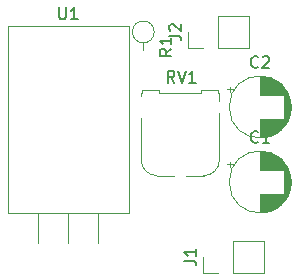
<source format=gbr>
G04 #@! TF.GenerationSoftware,KiCad,Pcbnew,(5.1.5)-3*
G04 #@! TF.CreationDate,2020-04-12T20:05:31+01:00*
G04 #@! TF.ProjectId,LM317 regulator breakout board,4c4d3331-3720-4726-9567-756c61746f72,rev?*
G04 #@! TF.SameCoordinates,Original*
G04 #@! TF.FileFunction,Legend,Top*
G04 #@! TF.FilePolarity,Positive*
%FSLAX46Y46*%
G04 Gerber Fmt 4.6, Leading zero omitted, Abs format (unit mm)*
G04 Created by KiCad (PCBNEW (5.1.5)-3) date 2020-04-12 20:05:31*
%MOMM*%
%LPD*%
G04 APERTURE LIST*
%ADD10C,0.120000*%
%ADD11C,0.150000*%
G04 APERTURE END LIST*
D10*
X158115000Y-111245000D02*
X158115000Y-113785000D01*
X155575000Y-111245000D02*
X155575000Y-113785000D01*
X153035000Y-111245000D02*
X153035000Y-113785000D01*
X160695000Y-95355000D02*
X160695000Y-111245000D01*
X150455000Y-95355000D02*
X150455000Y-111245000D01*
X150455000Y-95355000D02*
X160695000Y-95355000D01*
X150455000Y-111245000D02*
X160695000Y-111245000D01*
X161850000Y-100825000D02*
X163270000Y-100825000D01*
X163270000Y-101025000D02*
X166850000Y-101025000D01*
X166850000Y-101025000D02*
X166850000Y-100825000D01*
X166850000Y-100825000D02*
X168270000Y-100825000D01*
X168270000Y-100825000D02*
X168270000Y-101025000D01*
X164550000Y-108045000D02*
X163060000Y-108045000D01*
X161750000Y-106735000D02*
X161750000Y-103195000D01*
X168370000Y-102755000D02*
X168370000Y-106735000D01*
X167060000Y-108045000D02*
X165570000Y-108045000D01*
X163060000Y-108045000D02*
G75*
G02X161750000Y-106735000I0J1310000D01*
G01*
X168370000Y-106735000D02*
G75*
G02X167060000Y-108045000I-1310000J0D01*
G01*
X163270000Y-101025000D02*
X163270000Y-100825000D01*
X161850000Y-100825000D02*
X161850000Y-101025000D01*
X161850000Y-101025000D02*
X161750000Y-101025000D01*
X161750000Y-101025000D02*
X161750000Y-101275000D01*
X168270000Y-101025000D02*
X168370000Y-101025000D01*
X168370000Y-101025000D02*
X168370000Y-101715000D01*
X161925000Y-96805000D02*
X161925000Y-97425000D01*
X162845000Y-95885000D02*
G75*
G03X162845000Y-95885000I-920000J0D01*
G01*
X165675000Y-97215000D02*
X165675000Y-95885000D01*
X167005000Y-97215000D02*
X165675000Y-97215000D01*
X168275000Y-97215000D02*
X168275000Y-94555000D01*
X168275000Y-94555000D02*
X170875000Y-94555000D01*
X168275000Y-97215000D02*
X170875000Y-97215000D01*
X170875000Y-97215000D02*
X170875000Y-94555000D01*
X166945000Y-116265000D02*
X166945000Y-114935000D01*
X168275000Y-116265000D02*
X166945000Y-116265000D01*
X169545000Y-116265000D02*
X169545000Y-113605000D01*
X169545000Y-113605000D02*
X172145000Y-113605000D01*
X169545000Y-116265000D02*
X172145000Y-116265000D01*
X172145000Y-116265000D02*
X172145000Y-113605000D01*
X169260225Y-100510000D02*
X169260225Y-101010000D01*
X169010225Y-100760000D02*
X169510225Y-100760000D01*
X174416000Y-101951000D02*
X174416000Y-102519000D01*
X174376000Y-101717000D02*
X174376000Y-102753000D01*
X174336000Y-101558000D02*
X174336000Y-102912000D01*
X174296000Y-101430000D02*
X174296000Y-103040000D01*
X174256000Y-101320000D02*
X174256000Y-103150000D01*
X174216000Y-101224000D02*
X174216000Y-103246000D01*
X174176000Y-101137000D02*
X174176000Y-103333000D01*
X174136000Y-101057000D02*
X174136000Y-103413000D01*
X174096000Y-100984000D02*
X174096000Y-103486000D01*
X174056000Y-100916000D02*
X174056000Y-103554000D01*
X174016000Y-100852000D02*
X174016000Y-103618000D01*
X173976000Y-100792000D02*
X173976000Y-103678000D01*
X173936000Y-100735000D02*
X173936000Y-103735000D01*
X173896000Y-100681000D02*
X173896000Y-103789000D01*
X173856000Y-100630000D02*
X173856000Y-103840000D01*
X173816000Y-103275000D02*
X173816000Y-103888000D01*
X173816000Y-100582000D02*
X173816000Y-101195000D01*
X173776000Y-103275000D02*
X173776000Y-103934000D01*
X173776000Y-100536000D02*
X173776000Y-101195000D01*
X173736000Y-103275000D02*
X173736000Y-103978000D01*
X173736000Y-100492000D02*
X173736000Y-101195000D01*
X173696000Y-103275000D02*
X173696000Y-104020000D01*
X173696000Y-100450000D02*
X173696000Y-101195000D01*
X173656000Y-103275000D02*
X173656000Y-104061000D01*
X173656000Y-100409000D02*
X173656000Y-101195000D01*
X173616000Y-103275000D02*
X173616000Y-104099000D01*
X173616000Y-100371000D02*
X173616000Y-101195000D01*
X173576000Y-103275000D02*
X173576000Y-104136000D01*
X173576000Y-100334000D02*
X173576000Y-101195000D01*
X173536000Y-103275000D02*
X173536000Y-104172000D01*
X173536000Y-100298000D02*
X173536000Y-101195000D01*
X173496000Y-103275000D02*
X173496000Y-104206000D01*
X173496000Y-100264000D02*
X173496000Y-101195000D01*
X173456000Y-103275000D02*
X173456000Y-104239000D01*
X173456000Y-100231000D02*
X173456000Y-101195000D01*
X173416000Y-103275000D02*
X173416000Y-104270000D01*
X173416000Y-100200000D02*
X173416000Y-101195000D01*
X173376000Y-103275000D02*
X173376000Y-104300000D01*
X173376000Y-100170000D02*
X173376000Y-101195000D01*
X173336000Y-103275000D02*
X173336000Y-104330000D01*
X173336000Y-100140000D02*
X173336000Y-101195000D01*
X173296000Y-103275000D02*
X173296000Y-104357000D01*
X173296000Y-100113000D02*
X173296000Y-101195000D01*
X173256000Y-103275000D02*
X173256000Y-104384000D01*
X173256000Y-100086000D02*
X173256000Y-101195000D01*
X173216000Y-103275000D02*
X173216000Y-104410000D01*
X173216000Y-100060000D02*
X173216000Y-101195000D01*
X173176000Y-103275000D02*
X173176000Y-104435000D01*
X173176000Y-100035000D02*
X173176000Y-101195000D01*
X173136000Y-103275000D02*
X173136000Y-104459000D01*
X173136000Y-100011000D02*
X173136000Y-101195000D01*
X173096000Y-103275000D02*
X173096000Y-104482000D01*
X173096000Y-99988000D02*
X173096000Y-101195000D01*
X173056000Y-103275000D02*
X173056000Y-104503000D01*
X173056000Y-99967000D02*
X173056000Y-101195000D01*
X173016000Y-103275000D02*
X173016000Y-104525000D01*
X173016000Y-99945000D02*
X173016000Y-101195000D01*
X172976000Y-103275000D02*
X172976000Y-104545000D01*
X172976000Y-99925000D02*
X172976000Y-101195000D01*
X172936000Y-103275000D02*
X172936000Y-104564000D01*
X172936000Y-99906000D02*
X172936000Y-101195000D01*
X172896000Y-103275000D02*
X172896000Y-104583000D01*
X172896000Y-99887000D02*
X172896000Y-101195000D01*
X172856000Y-103275000D02*
X172856000Y-104600000D01*
X172856000Y-99870000D02*
X172856000Y-101195000D01*
X172816000Y-103275000D02*
X172816000Y-104617000D01*
X172816000Y-99853000D02*
X172816000Y-101195000D01*
X172776000Y-103275000D02*
X172776000Y-104633000D01*
X172776000Y-99837000D02*
X172776000Y-101195000D01*
X172736000Y-103275000D02*
X172736000Y-104649000D01*
X172736000Y-99821000D02*
X172736000Y-101195000D01*
X172696000Y-103275000D02*
X172696000Y-104663000D01*
X172696000Y-99807000D02*
X172696000Y-101195000D01*
X172656000Y-103275000D02*
X172656000Y-104677000D01*
X172656000Y-99793000D02*
X172656000Y-101195000D01*
X172616000Y-103275000D02*
X172616000Y-104690000D01*
X172616000Y-99780000D02*
X172616000Y-101195000D01*
X172576000Y-103275000D02*
X172576000Y-104703000D01*
X172576000Y-99767000D02*
X172576000Y-101195000D01*
X172536000Y-103275000D02*
X172536000Y-104715000D01*
X172536000Y-99755000D02*
X172536000Y-101195000D01*
X172495000Y-103275000D02*
X172495000Y-104726000D01*
X172495000Y-99744000D02*
X172495000Y-101195000D01*
X172455000Y-103275000D02*
X172455000Y-104736000D01*
X172455000Y-99734000D02*
X172455000Y-101195000D01*
X172415000Y-103275000D02*
X172415000Y-104746000D01*
X172415000Y-99724000D02*
X172415000Y-101195000D01*
X172375000Y-103275000D02*
X172375000Y-104755000D01*
X172375000Y-99715000D02*
X172375000Y-101195000D01*
X172335000Y-103275000D02*
X172335000Y-104763000D01*
X172335000Y-99707000D02*
X172335000Y-101195000D01*
X172295000Y-103275000D02*
X172295000Y-104771000D01*
X172295000Y-99699000D02*
X172295000Y-101195000D01*
X172255000Y-103275000D02*
X172255000Y-104778000D01*
X172255000Y-99692000D02*
X172255000Y-101195000D01*
X172215000Y-103275000D02*
X172215000Y-104785000D01*
X172215000Y-99685000D02*
X172215000Y-101195000D01*
X172175000Y-103275000D02*
X172175000Y-104791000D01*
X172175000Y-99679000D02*
X172175000Y-101195000D01*
X172135000Y-103275000D02*
X172135000Y-104796000D01*
X172135000Y-99674000D02*
X172135000Y-101195000D01*
X172095000Y-103275000D02*
X172095000Y-104800000D01*
X172095000Y-99670000D02*
X172095000Y-101195000D01*
X172055000Y-103275000D02*
X172055000Y-104804000D01*
X172055000Y-99666000D02*
X172055000Y-101195000D01*
X172015000Y-103275000D02*
X172015000Y-104808000D01*
X172015000Y-99662000D02*
X172015000Y-101195000D01*
X171975000Y-103275000D02*
X171975000Y-104811000D01*
X171975000Y-99659000D02*
X171975000Y-101195000D01*
X171935000Y-103275000D02*
X171935000Y-104813000D01*
X171935000Y-99657000D02*
X171935000Y-101195000D01*
X171895000Y-103275000D02*
X171895000Y-104814000D01*
X171895000Y-99656000D02*
X171895000Y-101195000D01*
X171855000Y-99655000D02*
X171855000Y-101195000D01*
X171855000Y-103275000D02*
X171855000Y-104815000D01*
X171815000Y-99655000D02*
X171815000Y-101195000D01*
X171815000Y-103275000D02*
X171815000Y-104815000D01*
X174435000Y-102235000D02*
G75*
G03X174435000Y-102235000I-2620000J0D01*
G01*
X169260225Y-106860000D02*
X169260225Y-107360000D01*
X169010225Y-107110000D02*
X169510225Y-107110000D01*
X174416000Y-108301000D02*
X174416000Y-108869000D01*
X174376000Y-108067000D02*
X174376000Y-109103000D01*
X174336000Y-107908000D02*
X174336000Y-109262000D01*
X174296000Y-107780000D02*
X174296000Y-109390000D01*
X174256000Y-107670000D02*
X174256000Y-109500000D01*
X174216000Y-107574000D02*
X174216000Y-109596000D01*
X174176000Y-107487000D02*
X174176000Y-109683000D01*
X174136000Y-107407000D02*
X174136000Y-109763000D01*
X174096000Y-107334000D02*
X174096000Y-109836000D01*
X174056000Y-107266000D02*
X174056000Y-109904000D01*
X174016000Y-107202000D02*
X174016000Y-109968000D01*
X173976000Y-107142000D02*
X173976000Y-110028000D01*
X173936000Y-107085000D02*
X173936000Y-110085000D01*
X173896000Y-107031000D02*
X173896000Y-110139000D01*
X173856000Y-106980000D02*
X173856000Y-110190000D01*
X173816000Y-109625000D02*
X173816000Y-110238000D01*
X173816000Y-106932000D02*
X173816000Y-107545000D01*
X173776000Y-109625000D02*
X173776000Y-110284000D01*
X173776000Y-106886000D02*
X173776000Y-107545000D01*
X173736000Y-109625000D02*
X173736000Y-110328000D01*
X173736000Y-106842000D02*
X173736000Y-107545000D01*
X173696000Y-109625000D02*
X173696000Y-110370000D01*
X173696000Y-106800000D02*
X173696000Y-107545000D01*
X173656000Y-109625000D02*
X173656000Y-110411000D01*
X173656000Y-106759000D02*
X173656000Y-107545000D01*
X173616000Y-109625000D02*
X173616000Y-110449000D01*
X173616000Y-106721000D02*
X173616000Y-107545000D01*
X173576000Y-109625000D02*
X173576000Y-110486000D01*
X173576000Y-106684000D02*
X173576000Y-107545000D01*
X173536000Y-109625000D02*
X173536000Y-110522000D01*
X173536000Y-106648000D02*
X173536000Y-107545000D01*
X173496000Y-109625000D02*
X173496000Y-110556000D01*
X173496000Y-106614000D02*
X173496000Y-107545000D01*
X173456000Y-109625000D02*
X173456000Y-110589000D01*
X173456000Y-106581000D02*
X173456000Y-107545000D01*
X173416000Y-109625000D02*
X173416000Y-110620000D01*
X173416000Y-106550000D02*
X173416000Y-107545000D01*
X173376000Y-109625000D02*
X173376000Y-110650000D01*
X173376000Y-106520000D02*
X173376000Y-107545000D01*
X173336000Y-109625000D02*
X173336000Y-110680000D01*
X173336000Y-106490000D02*
X173336000Y-107545000D01*
X173296000Y-109625000D02*
X173296000Y-110707000D01*
X173296000Y-106463000D02*
X173296000Y-107545000D01*
X173256000Y-109625000D02*
X173256000Y-110734000D01*
X173256000Y-106436000D02*
X173256000Y-107545000D01*
X173216000Y-109625000D02*
X173216000Y-110760000D01*
X173216000Y-106410000D02*
X173216000Y-107545000D01*
X173176000Y-109625000D02*
X173176000Y-110785000D01*
X173176000Y-106385000D02*
X173176000Y-107545000D01*
X173136000Y-109625000D02*
X173136000Y-110809000D01*
X173136000Y-106361000D02*
X173136000Y-107545000D01*
X173096000Y-109625000D02*
X173096000Y-110832000D01*
X173096000Y-106338000D02*
X173096000Y-107545000D01*
X173056000Y-109625000D02*
X173056000Y-110853000D01*
X173056000Y-106317000D02*
X173056000Y-107545000D01*
X173016000Y-109625000D02*
X173016000Y-110875000D01*
X173016000Y-106295000D02*
X173016000Y-107545000D01*
X172976000Y-109625000D02*
X172976000Y-110895000D01*
X172976000Y-106275000D02*
X172976000Y-107545000D01*
X172936000Y-109625000D02*
X172936000Y-110914000D01*
X172936000Y-106256000D02*
X172936000Y-107545000D01*
X172896000Y-109625000D02*
X172896000Y-110933000D01*
X172896000Y-106237000D02*
X172896000Y-107545000D01*
X172856000Y-109625000D02*
X172856000Y-110950000D01*
X172856000Y-106220000D02*
X172856000Y-107545000D01*
X172816000Y-109625000D02*
X172816000Y-110967000D01*
X172816000Y-106203000D02*
X172816000Y-107545000D01*
X172776000Y-109625000D02*
X172776000Y-110983000D01*
X172776000Y-106187000D02*
X172776000Y-107545000D01*
X172736000Y-109625000D02*
X172736000Y-110999000D01*
X172736000Y-106171000D02*
X172736000Y-107545000D01*
X172696000Y-109625000D02*
X172696000Y-111013000D01*
X172696000Y-106157000D02*
X172696000Y-107545000D01*
X172656000Y-109625000D02*
X172656000Y-111027000D01*
X172656000Y-106143000D02*
X172656000Y-107545000D01*
X172616000Y-109625000D02*
X172616000Y-111040000D01*
X172616000Y-106130000D02*
X172616000Y-107545000D01*
X172576000Y-109625000D02*
X172576000Y-111053000D01*
X172576000Y-106117000D02*
X172576000Y-107545000D01*
X172536000Y-109625000D02*
X172536000Y-111065000D01*
X172536000Y-106105000D02*
X172536000Y-107545000D01*
X172495000Y-109625000D02*
X172495000Y-111076000D01*
X172495000Y-106094000D02*
X172495000Y-107545000D01*
X172455000Y-109625000D02*
X172455000Y-111086000D01*
X172455000Y-106084000D02*
X172455000Y-107545000D01*
X172415000Y-109625000D02*
X172415000Y-111096000D01*
X172415000Y-106074000D02*
X172415000Y-107545000D01*
X172375000Y-109625000D02*
X172375000Y-111105000D01*
X172375000Y-106065000D02*
X172375000Y-107545000D01*
X172335000Y-109625000D02*
X172335000Y-111113000D01*
X172335000Y-106057000D02*
X172335000Y-107545000D01*
X172295000Y-109625000D02*
X172295000Y-111121000D01*
X172295000Y-106049000D02*
X172295000Y-107545000D01*
X172255000Y-109625000D02*
X172255000Y-111128000D01*
X172255000Y-106042000D02*
X172255000Y-107545000D01*
X172215000Y-109625000D02*
X172215000Y-111135000D01*
X172215000Y-106035000D02*
X172215000Y-107545000D01*
X172175000Y-109625000D02*
X172175000Y-111141000D01*
X172175000Y-106029000D02*
X172175000Y-107545000D01*
X172135000Y-109625000D02*
X172135000Y-111146000D01*
X172135000Y-106024000D02*
X172135000Y-107545000D01*
X172095000Y-109625000D02*
X172095000Y-111150000D01*
X172095000Y-106020000D02*
X172095000Y-107545000D01*
X172055000Y-109625000D02*
X172055000Y-111154000D01*
X172055000Y-106016000D02*
X172055000Y-107545000D01*
X172015000Y-109625000D02*
X172015000Y-111158000D01*
X172015000Y-106012000D02*
X172015000Y-107545000D01*
X171975000Y-109625000D02*
X171975000Y-111161000D01*
X171975000Y-106009000D02*
X171975000Y-107545000D01*
X171935000Y-109625000D02*
X171935000Y-111163000D01*
X171935000Y-106007000D02*
X171935000Y-107545000D01*
X171895000Y-109625000D02*
X171895000Y-111164000D01*
X171895000Y-106006000D02*
X171895000Y-107545000D01*
X171855000Y-106005000D02*
X171855000Y-107545000D01*
X171855000Y-109625000D02*
X171855000Y-111165000D01*
X171815000Y-106005000D02*
X171815000Y-107545000D01*
X171815000Y-109625000D02*
X171815000Y-111165000D01*
X174435000Y-108585000D02*
G75*
G03X174435000Y-108585000I-2620000J0D01*
G01*
D11*
X154813095Y-93807380D02*
X154813095Y-94616904D01*
X154860714Y-94712142D01*
X154908333Y-94759761D01*
X155003571Y-94807380D01*
X155194047Y-94807380D01*
X155289285Y-94759761D01*
X155336904Y-94712142D01*
X155384523Y-94616904D01*
X155384523Y-93807380D01*
X156384523Y-94807380D02*
X155813095Y-94807380D01*
X156098809Y-94807380D02*
X156098809Y-93807380D01*
X156003571Y-93950238D01*
X155908333Y-94045476D01*
X155813095Y-94093095D01*
X164564761Y-100187380D02*
X164231428Y-99711190D01*
X163993333Y-100187380D02*
X163993333Y-99187380D01*
X164374285Y-99187380D01*
X164469523Y-99235000D01*
X164517142Y-99282619D01*
X164564761Y-99377857D01*
X164564761Y-99520714D01*
X164517142Y-99615952D01*
X164469523Y-99663571D01*
X164374285Y-99711190D01*
X163993333Y-99711190D01*
X164850476Y-99187380D02*
X165183809Y-100187380D01*
X165517142Y-99187380D01*
X166374285Y-100187380D02*
X165802857Y-100187380D01*
X166088571Y-100187380D02*
X166088571Y-99187380D01*
X165993333Y-99330238D01*
X165898095Y-99425476D01*
X165802857Y-99473095D01*
X164297380Y-97321666D02*
X163821190Y-97655000D01*
X164297380Y-97893095D02*
X163297380Y-97893095D01*
X163297380Y-97512142D01*
X163345000Y-97416904D01*
X163392619Y-97369285D01*
X163487857Y-97321666D01*
X163630714Y-97321666D01*
X163725952Y-97369285D01*
X163773571Y-97416904D01*
X163821190Y-97512142D01*
X163821190Y-97893095D01*
X164297380Y-96369285D02*
X164297380Y-96940714D01*
X164297380Y-96655000D02*
X163297380Y-96655000D01*
X163440238Y-96750238D01*
X163535476Y-96845476D01*
X163583095Y-96940714D01*
X164127380Y-96218333D02*
X164841666Y-96218333D01*
X164984523Y-96265952D01*
X165079761Y-96361190D01*
X165127380Y-96504047D01*
X165127380Y-96599285D01*
X164222619Y-95789761D02*
X164175000Y-95742142D01*
X164127380Y-95646904D01*
X164127380Y-95408809D01*
X164175000Y-95313571D01*
X164222619Y-95265952D01*
X164317857Y-95218333D01*
X164413095Y-95218333D01*
X164555952Y-95265952D01*
X165127380Y-95837380D01*
X165127380Y-95218333D01*
X165397380Y-115268333D02*
X166111666Y-115268333D01*
X166254523Y-115315952D01*
X166349761Y-115411190D01*
X166397380Y-115554047D01*
X166397380Y-115649285D01*
X166397380Y-114268333D02*
X166397380Y-114839761D01*
X166397380Y-114554047D02*
X165397380Y-114554047D01*
X165540238Y-114649285D01*
X165635476Y-114744523D01*
X165683095Y-114839761D01*
X171648333Y-98842142D02*
X171600714Y-98889761D01*
X171457857Y-98937380D01*
X171362619Y-98937380D01*
X171219761Y-98889761D01*
X171124523Y-98794523D01*
X171076904Y-98699285D01*
X171029285Y-98508809D01*
X171029285Y-98365952D01*
X171076904Y-98175476D01*
X171124523Y-98080238D01*
X171219761Y-97985000D01*
X171362619Y-97937380D01*
X171457857Y-97937380D01*
X171600714Y-97985000D01*
X171648333Y-98032619D01*
X172029285Y-98032619D02*
X172076904Y-97985000D01*
X172172142Y-97937380D01*
X172410238Y-97937380D01*
X172505476Y-97985000D01*
X172553095Y-98032619D01*
X172600714Y-98127857D01*
X172600714Y-98223095D01*
X172553095Y-98365952D01*
X171981666Y-98937380D01*
X172600714Y-98937380D01*
X171648333Y-105192142D02*
X171600714Y-105239761D01*
X171457857Y-105287380D01*
X171362619Y-105287380D01*
X171219761Y-105239761D01*
X171124523Y-105144523D01*
X171076904Y-105049285D01*
X171029285Y-104858809D01*
X171029285Y-104715952D01*
X171076904Y-104525476D01*
X171124523Y-104430238D01*
X171219761Y-104335000D01*
X171362619Y-104287380D01*
X171457857Y-104287380D01*
X171600714Y-104335000D01*
X171648333Y-104382619D01*
X172600714Y-105287380D02*
X172029285Y-105287380D01*
X172315000Y-105287380D02*
X172315000Y-104287380D01*
X172219761Y-104430238D01*
X172124523Y-104525476D01*
X172029285Y-104573095D01*
M02*

</source>
